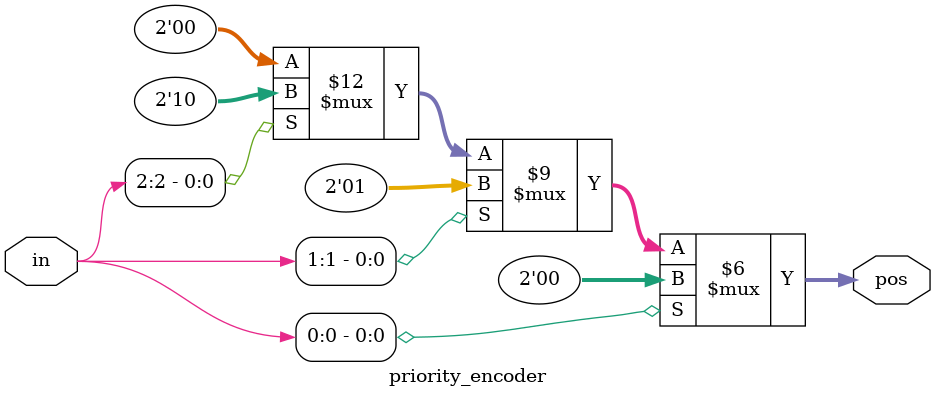
<source format=v>
module priority_encoder( 
input [2:0] in,
output reg [1:0] pos ); 
// When sel=1, assign b to out
always @(in) 
begin
pos = 2'b00;
if (in[2]==1) pos = 2'b10;
if (in[1]==1) pos = 2'b01;
if (in[0]==1) pos = 2'b00;
end
endmodule

</source>
